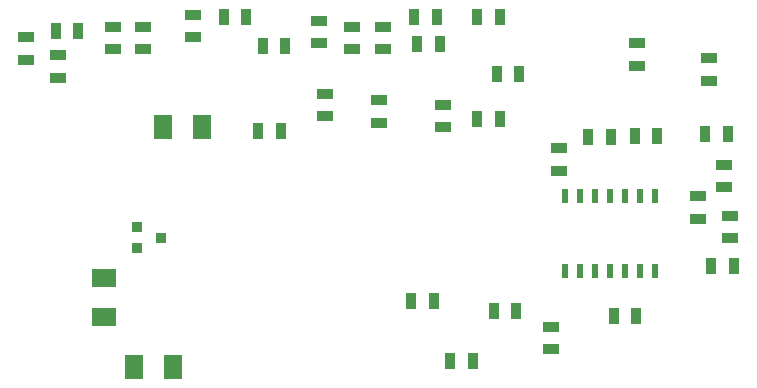
<source format=gbp>
G04 (created by PCBNEW (2013-07-07 BZR 4022)-stable) date 10/09/2014 21:53:45*
%MOIN*%
G04 Gerber Fmt 3.4, Leading zero omitted, Abs format*
%FSLAX34Y34*%
G01*
G70*
G90*
G04 APERTURE LIST*
%ADD10C,0.00393701*%
%ADD11R,0.035X0.055*%
%ADD12R,0.055X0.035*%
%ADD13R,0.06X0.08*%
%ADD14R,0.08X0.06*%
%ADD15R,0.02X0.045*%
%ADD16R,0.036X0.036*%
G04 APERTURE END LIST*
G54D10*
G54D11*
X72625Y-42650D03*
X73375Y-42650D03*
G54D12*
X79800Y-34975D03*
X79800Y-34225D03*
G54D11*
X80625Y-41150D03*
X79875Y-41150D03*
X65525Y-36650D03*
X64775Y-36650D03*
G54D12*
X67000Y-35400D03*
X67000Y-36150D03*
X70950Y-36525D03*
X70950Y-35775D03*
X68800Y-36375D03*
X68800Y-35625D03*
G54D11*
X65675Y-33800D03*
X64925Y-33800D03*
G54D13*
X62900Y-36500D03*
X61600Y-36500D03*
G54D14*
X59650Y-42850D03*
X59650Y-41550D03*
G54D11*
X76625Y-42800D03*
X77375Y-42800D03*
G54D15*
X75000Y-38800D03*
X75500Y-38800D03*
X76000Y-38800D03*
X76500Y-38800D03*
X77000Y-38800D03*
X77500Y-38800D03*
X78000Y-38800D03*
X78000Y-41300D03*
X77500Y-41300D03*
X76500Y-41300D03*
X76000Y-41300D03*
X75500Y-41300D03*
X75000Y-41300D03*
X77000Y-41300D03*
G54D16*
X60750Y-39850D03*
X60750Y-40550D03*
X61550Y-40200D03*
G54D12*
X80300Y-38525D03*
X80300Y-37775D03*
G54D11*
X80425Y-36750D03*
X79675Y-36750D03*
X71925Y-44300D03*
X71175Y-44300D03*
G54D12*
X77400Y-34475D03*
X77400Y-33725D03*
G54D11*
X70825Y-33750D03*
X70075Y-33750D03*
X73475Y-34750D03*
X72725Y-34750D03*
G54D12*
X74550Y-43925D03*
X74550Y-43175D03*
G54D13*
X60650Y-44500D03*
X61950Y-44500D03*
G54D12*
X57050Y-34275D03*
X57050Y-33525D03*
G54D11*
X58025Y-33300D03*
X58775Y-33300D03*
G54D12*
X62600Y-32775D03*
X62600Y-33525D03*
G54D11*
X63625Y-32850D03*
X64375Y-32850D03*
G54D12*
X66800Y-33725D03*
X66800Y-32975D03*
G54D11*
X69975Y-32850D03*
X70725Y-32850D03*
G54D12*
X58100Y-34125D03*
X58100Y-34875D03*
X59950Y-33175D03*
X59950Y-33925D03*
X60950Y-33175D03*
X60950Y-33925D03*
X67900Y-33175D03*
X67900Y-33925D03*
X68950Y-33175D03*
X68950Y-33925D03*
G54D11*
X72075Y-32850D03*
X72825Y-32850D03*
G54D12*
X74800Y-37975D03*
X74800Y-37225D03*
G54D11*
X75775Y-36850D03*
X76525Y-36850D03*
G54D12*
X79450Y-39575D03*
X79450Y-38825D03*
G54D11*
X77325Y-36800D03*
X78075Y-36800D03*
X72075Y-36250D03*
X72825Y-36250D03*
X69875Y-42300D03*
X70625Y-42300D03*
G54D12*
X80500Y-40225D03*
X80500Y-39475D03*
M02*

</source>
